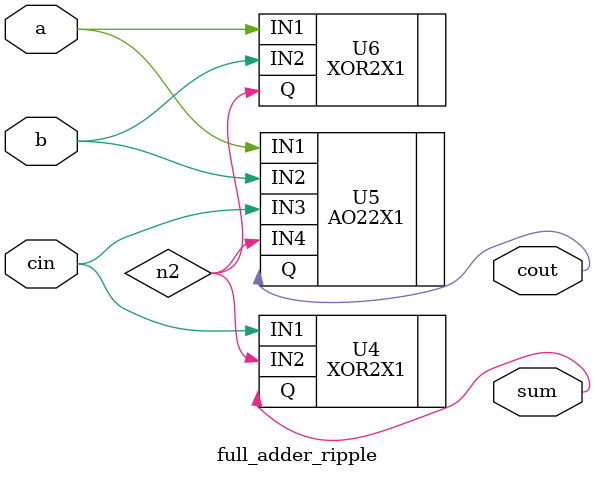
<source format=v>


module carry_select_adder ( a, b, cin, sum, cout, overflow );
  input [31:0] a;
  input [31:0] b;
  output [31:0] sum;
  input cin;
  output cout, overflow;
  wire   cs_signal, c1, c2, n5, n6, n7;
  wire   [15:0] s1;
  wire   [15:0] s2;

  FullAdder_16bit u1 ( .a(a[15:0]), .b(b[15:0]), .cin(cin), .sum(sum[15:0]), 
        .cout(cs_signal) );
  FullAdder_16bit u2 ( .a(a[31:16]), .b(b[31:16]), .cin(1'b0), .sum(s1), 
        .cout(c1) );
  FullAdder_16bit u3 ( .a(a[31:16]), .b(b[31:16]), .cin(1'b1), .sum(s2), 
        .cout(c2) );
  MUX21X1 U25 ( .IN1(s1[14]), .IN2(s2[14]), .S(cs_signal), .Q(sum[30]) );
  MUX21X1 U26 ( .IN1(s1[13]), .IN2(s2[13]), .S(cs_signal), .Q(sum[29]) );
  MUX21X1 U27 ( .IN1(s1[12]), .IN2(s2[12]), .S(cs_signal), .Q(sum[28]) );
  MUX21X1 U28 ( .IN1(s1[11]), .IN2(s2[11]), .S(cs_signal), .Q(sum[27]) );
  MUX21X1 U29 ( .IN1(s1[10]), .IN2(s2[10]), .S(cs_signal), .Q(sum[26]) );
  MUX21X1 U30 ( .IN1(s1[9]), .IN2(s2[9]), .S(cs_signal), .Q(sum[25]) );
  MUX21X1 U31 ( .IN1(s1[8]), .IN2(s2[8]), .S(cs_signal), .Q(sum[24]) );
  MUX21X1 U32 ( .IN1(s1[7]), .IN2(s2[7]), .S(cs_signal), .Q(sum[23]) );
  MUX21X1 U33 ( .IN1(s1[6]), .IN2(s2[6]), .S(cs_signal), .Q(sum[22]) );
  MUX21X1 U34 ( .IN1(s1[5]), .IN2(s2[5]), .S(cs_signal), .Q(sum[21]) );
  MUX21X1 U35 ( .IN1(s1[4]), .IN2(s2[4]), .S(cs_signal), .Q(sum[20]) );
  MUX21X1 U36 ( .IN1(s1[3]), .IN2(s2[3]), .S(cs_signal), .Q(sum[19]) );
  MUX21X1 U37 ( .IN1(s1[2]), .IN2(s2[2]), .S(cs_signal), .Q(sum[18]) );
  MUX21X1 U38 ( .IN1(s1[1]), .IN2(s2[1]), .S(cs_signal), .Q(sum[17]) );
  MUX21X1 U39 ( .IN1(s1[0]), .IN2(s2[0]), .S(cs_signal), .Q(sum[16]) );
  MUX21X1 U40 ( .IN1(n5), .IN2(n6), .S(b[31]), .Q(overflow) );
  NOR2X0 U41 ( .IN1(sum[31]), .IN2(n7), .QN(n6) );
  AND2X1 U42 ( .IN1(n7), .IN2(sum[31]), .Q(n5) );
  MUX21X1 U43 ( .IN1(s1[15]), .IN2(s2[15]), .S(cs_signal), .Q(sum[31]) );
  INVX0 U44 ( .IN1(a[31]), .QN(n7) );
  MUX21X1 U45 ( .IN1(c1), .IN2(c2), .S(cs_signal), .Q(cout) );
endmodule

 /////////////////////////////////////////////////////////////
// Created by: Synopsys DC Expert(TM) in wire load mode
// Version   : U-2022.12-SP7
// Date      : Tue Dec 12 18:07:18 2023
/////////////////////////////////////////////////////////////


module FullAdder_16bit ( a, b, cin, sum, cout );
  input [15:0] a;
  input [15:0] b;
  output [15:0] sum;
  input cin;
  output cout;
  wire   n3, n4;
  wire   [14:0] c;

  full_adder_ripple FA1  ( .a(a[0]), .b(b[0]), .cin(cin), .sum(sum[0]), .cout(c[0]) );
  full_adder_ripple FA  ( .a(a[1]), .b(b[1]), .cin(
        c[0]), .sum(sum[1]), .cout(c[1]) );
  full_adder_ripple FA2  ( .a(a[2]), .b(b[2]), .cin(
        c[1]), .sum(sum[2]), .cout(c[2]) );
  full_adder_ripple FA3  ( .a(a[3]), .b(b[3]), .cin(
        c[2]), .sum(sum[3]), .cout(c[3]) );
  full_adder_ripple FA4  ( .a(a[4]), .b(b[4]), .cin(
        c[3]), .sum(sum[4]), .cout(c[4]) );
  full_adder_ripple FA5  ( .a(a[5]), .b(b[5]), .cin(
        c[4]), .sum(sum[5]), .cout(c[5]) );
  full_adder_ripple FA6  ( .a(a[6]), .b(b[6]), .cin(
        c[5]), .sum(sum[6]), .cout(c[6]) );
  full_adder_ripple FA7  ( .a(a[7]), .b(b[7]), .cin(
        c[6]), .sum(sum[7]), .cout(c[7]) );
  full_adder_ripple FA8  ( .a(a[8]), .b(b[8]), .cin(
        c[7]), .sum(sum[8]), .cout(c[8]) );
  full_adder_ripple FA9  ( .a(a[9]), .b(b[9]), .cin(
        c[8]), .sum(sum[9]), .cout(c[9]) );
  full_adder_ripple FA10  ( .a(a[10]), .b(b[10]), 
        .cin(c[9]), .sum(sum[10]), .cout(c[10]) );
  full_adder_ripple FA11  ( .a(a[11]), .b(b[11]), 
        .cin(c[10]), .sum(sum[11]), .cout(c[11]) );
  full_adder_ripple FA12  ( .a(a[12]), .b(b[12]), 
        .cin(c[11]), .sum(sum[12]), .cout(c[12]) );
  full_adder_ripple FA13  ( .a(a[13]), .b(b[13]), 
        .cin(c[12]), .sum(sum[13]), .cout(c[13]) );
  full_adder_ripple FA14  ( .a(a[14]), .b(b[14]), 
        .cin(c[13]), .sum(sum[14]), .cout(c[14]) );
  full_adder_ripple FA15  ( .a(a[15]), .b(b[15]), 
        .cin(c[14]), .sum(sum[15]), .cout(cout) );
endmodule


/////////////////////////////////////////////////////////////
// Created by: Synopsys DC Expert(TM) in wire load mode
// Version   : U-2022.12-SP7
// Date      : Tue Dec 12 16:59:15 2023
/////////////////////////////////////////////////////////////


module full_adder_ripple ( a, b, cin, sum, cout );
  input a, b, cin;
  output sum, cout;
  wire   n2;

  XOR2X1 U4 ( .IN1(cin), .IN2(n2), .Q(sum) );
  AO22X1 U5 ( .IN1(a), .IN2(b), .IN3(cin), .IN4(n2), .Q(cout) );
  XOR2X1 U6 ( .IN1(a), .IN2(b), .Q(n2) );
endmodule

</source>
